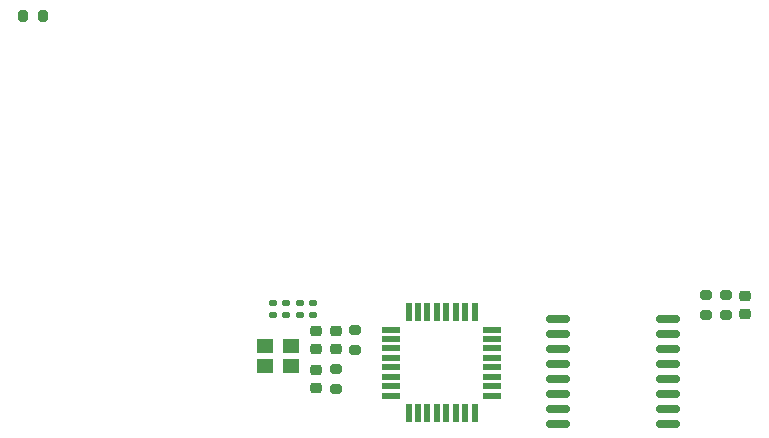
<source format=gbr>
%TF.GenerationSoftware,KiCad,Pcbnew,(6.0.0)*%
%TF.CreationDate,2022-11-14T00:42:39-08:00*%
%TF.ProjectId,digital_clock_v1,64696769-7461-46c5-9f63-6c6f636b5f76,rev?*%
%TF.SameCoordinates,Original*%
%TF.FileFunction,Paste,Top*%
%TF.FilePolarity,Positive*%
%FSLAX46Y46*%
G04 Gerber Fmt 4.6, Leading zero omitted, Abs format (unit mm)*
G04 Created by KiCad (PCBNEW (6.0.0)) date 2022-11-14 00:42:39*
%MOMM*%
%LPD*%
G01*
G04 APERTURE LIST*
G04 Aperture macros list*
%AMRoundRect*
0 Rectangle with rounded corners*
0 $1 Rounding radius*
0 $2 $3 $4 $5 $6 $7 $8 $9 X,Y pos of 4 corners*
0 Add a 4 corners polygon primitive as box body*
4,1,4,$2,$3,$4,$5,$6,$7,$8,$9,$2,$3,0*
0 Add four circle primitives for the rounded corners*
1,1,$1+$1,$2,$3*
1,1,$1+$1,$4,$5*
1,1,$1+$1,$6,$7*
1,1,$1+$1,$8,$9*
0 Add four rect primitives between the rounded corners*
20,1,$1+$1,$2,$3,$4,$5,0*
20,1,$1+$1,$4,$5,$6,$7,0*
20,1,$1+$1,$6,$7,$8,$9,0*
20,1,$1+$1,$8,$9,$2,$3,0*%
G04 Aperture macros list end*
%ADD10RoundRect,0.135000X-0.185000X0.135000X-0.185000X-0.135000X0.185000X-0.135000X0.185000X0.135000X0*%
%ADD11RoundRect,0.200000X-0.275000X0.200000X-0.275000X-0.200000X0.275000X-0.200000X0.275000X0.200000X0*%
%ADD12RoundRect,0.200000X-0.200000X-0.275000X0.200000X-0.275000X0.200000X0.275000X-0.200000X0.275000X0*%
%ADD13RoundRect,0.225000X0.250000X-0.225000X0.250000X0.225000X-0.250000X0.225000X-0.250000X-0.225000X0*%
%ADD14RoundRect,0.225000X-0.250000X0.225000X-0.250000X-0.225000X0.250000X-0.225000X0.250000X0.225000X0*%
%ADD15RoundRect,0.150000X-0.875000X-0.150000X0.875000X-0.150000X0.875000X0.150000X-0.875000X0.150000X0*%
%ADD16R,1.400000X1.200000*%
%ADD17R,0.550000X1.600000*%
%ADD18R,1.600000X0.550000*%
G04 APERTURE END LIST*
D10*
%TO.C,R9*%
X30099000Y-50163000D03*
X30099000Y-51183000D03*
%TD*%
%TO.C,R8*%
X31242000Y-50163000D03*
X31242000Y-51183000D03*
%TD*%
%TO.C,R7*%
X32385000Y-50163000D03*
X32385000Y-51183000D03*
%TD*%
%TO.C,R6*%
X28956000Y-50163000D03*
X28956000Y-51183000D03*
%TD*%
D11*
%TO.C,R5*%
X35941000Y-52502000D03*
X35941000Y-54152000D03*
%TD*%
%TO.C,R4*%
X67310000Y-49531000D03*
X67310000Y-51181000D03*
%TD*%
%TO.C,R3*%
X65659000Y-49531000D03*
X65659000Y-51181000D03*
%TD*%
%TO.C,R2*%
X34290000Y-55804000D03*
X34290000Y-57454000D03*
%TD*%
D12*
%TO.C,R1*%
X7812400Y-25894800D03*
X9462400Y-25894800D03*
%TD*%
D13*
%TO.C,C7*%
X32639000Y-57404000D03*
X32639000Y-55854000D03*
%TD*%
%TO.C,C6*%
X32639000Y-54102000D03*
X32639000Y-52552000D03*
%TD*%
D14*
%TO.C,C5*%
X34290000Y-52552000D03*
X34290000Y-54102000D03*
%TD*%
D13*
%TO.C,C1*%
X68961000Y-51131000D03*
X68961000Y-49581000D03*
%TD*%
D15*
%TO.C,U1*%
X53100000Y-51555000D03*
X53100000Y-52825000D03*
X53100000Y-54095000D03*
X53100000Y-55365000D03*
X53100000Y-56635000D03*
X53100000Y-57905000D03*
X53100000Y-59175000D03*
X53100000Y-60445000D03*
X62400000Y-60445000D03*
X62400000Y-59175000D03*
X62400000Y-57905000D03*
X62400000Y-56635000D03*
X62400000Y-55365000D03*
X62400000Y-54095000D03*
X62400000Y-52825000D03*
X62400000Y-51555000D03*
%TD*%
D16*
%TO.C,Y1*%
X28307200Y-55546000D03*
X30507200Y-55546000D03*
X30507200Y-53846000D03*
X28307200Y-53846000D03*
%TD*%
D17*
%TO.C,U4*%
X40450000Y-51000000D03*
X41250000Y-51000000D03*
X42050000Y-51000000D03*
X42850000Y-51000000D03*
X43650000Y-51000000D03*
X44450000Y-51000000D03*
X45250000Y-51000000D03*
X46050000Y-51000000D03*
D18*
X47500000Y-52450000D03*
X47500000Y-53250000D03*
X47500000Y-54050000D03*
X47500000Y-54850000D03*
X47500000Y-55650000D03*
X47500000Y-56450000D03*
X47500000Y-57250000D03*
X47500000Y-58050000D03*
D17*
X46050000Y-59500000D03*
X45250000Y-59500000D03*
X44450000Y-59500000D03*
X43650000Y-59500000D03*
X42850000Y-59500000D03*
X42050000Y-59500000D03*
X41250000Y-59500000D03*
X40450000Y-59500000D03*
D18*
X39000000Y-58050000D03*
X39000000Y-57250000D03*
X39000000Y-56450000D03*
X39000000Y-55650000D03*
X39000000Y-54850000D03*
X39000000Y-54050000D03*
X39000000Y-53250000D03*
X39000000Y-52450000D03*
%TD*%
M02*

</source>
